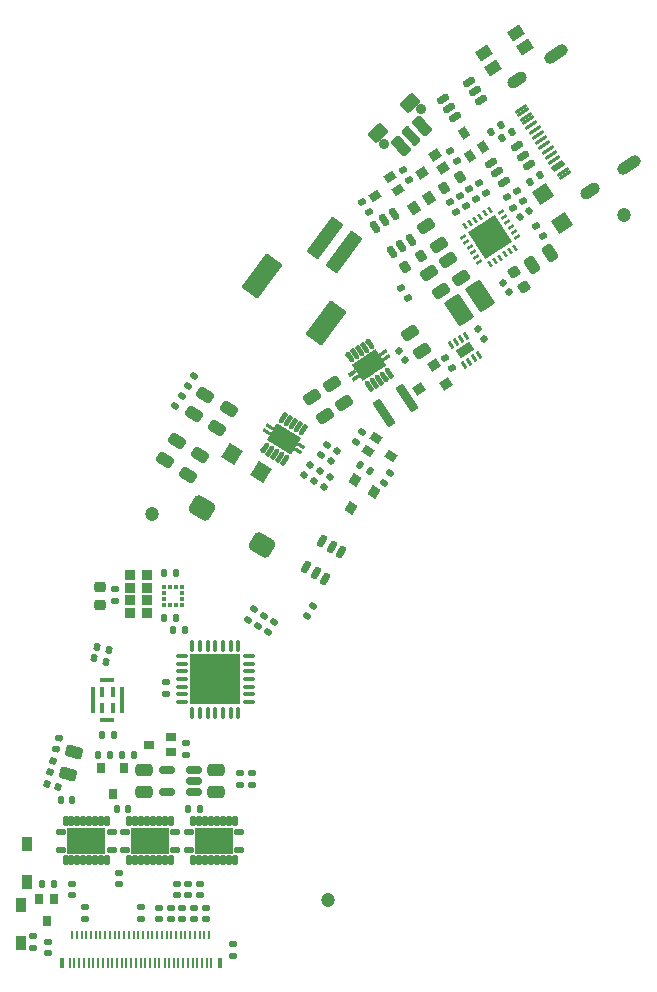
<source format=gbr>
%TF.GenerationSoftware,KiCad,Pcbnew,7.0.8*%
%TF.CreationDate,2024-01-10T09:50:14+01:00*%
%TF.ProjectId,Zoka-MainBoard,5a6f6b61-2d4d-4616-996e-426f6172642e,rev?*%
%TF.SameCoordinates,Original*%
%TF.FileFunction,Soldermask,Top*%
%TF.FilePolarity,Negative*%
%FSLAX46Y46*%
G04 Gerber Fmt 4.6, Leading zero omitted, Abs format (unit mm)*
G04 Created by KiCad (PCBNEW 7.0.8) date 2024-01-10 09:50:14*
%MOMM*%
%LPD*%
G01*
G04 APERTURE LIST*
G04 Aperture macros list*
%AMRoundRect*
0 Rectangle with rounded corners*
0 $1 Rounding radius*
0 $2 $3 $4 $5 $6 $7 $8 $9 X,Y pos of 4 corners*
0 Add a 4 corners polygon primitive as box body*
4,1,4,$2,$3,$4,$5,$6,$7,$8,$9,$2,$3,0*
0 Add four circle primitives for the rounded corners*
1,1,$1+$1,$2,$3*
1,1,$1+$1,$4,$5*
1,1,$1+$1,$6,$7*
1,1,$1+$1,$8,$9*
0 Add four rect primitives between the rounded corners*
20,1,$1+$1,$2,$3,$4,$5,0*
20,1,$1+$1,$4,$5,$6,$7,0*
20,1,$1+$1,$6,$7,$8,$9,0*
20,1,$1+$1,$8,$9,$2,$3,0*%
%AMHorizOval*
0 Thick line with rounded ends*
0 $1 width*
0 $2 $3 position (X,Y) of the first rounded end (center of the circle)*
0 $4 $5 position (X,Y) of the second rounded end (center of the circle)*
0 Add line between two ends*
20,1,$1,$2,$3,$4,$5,0*
0 Add two circle primitives to create the rounded ends*
1,1,$1,$2,$3*
1,1,$1,$4,$5*%
%AMRotRect*
0 Rectangle, with rotation*
0 The origin of the aperture is its center*
0 $1 length*
0 $2 width*
0 $3 Rotation angle, in degrees counterclockwise*
0 Add horizontal line*
21,1,$1,$2,0,0,$3*%
G04 Aperture macros list end*
%ADD10RoundRect,0.200000X-0.015587X-0.339679X0.318352X-0.119487X0.015587X0.339679X-0.318352X0.119487X0*%
%ADD11RoundRect,0.135000X-0.135000X-0.185000X0.135000X-0.185000X0.135000X0.185000X-0.135000X0.185000X0*%
%ADD12RoundRect,0.102000X-0.068383X1.284494X-1.153685X0.568869X0.068383X-1.284494X1.153685X-0.568869X0*%
%ADD13RoundRect,0.250000X-0.273574X0.461825X-0.535567X0.035962X0.273574X-0.461825X0.535567X-0.035962X0*%
%ADD14RoundRect,0.135000X-0.228762X0.010866X-0.080132X-0.214543X0.228762X-0.010866X0.080132X0.214543X0*%
%ADD15RoundRect,0.102000X-0.350000X-0.362500X0.350000X-0.362500X0.350000X0.362500X-0.350000X0.362500X0*%
%ADD16RoundRect,0.150000X-0.345419X0.251367X0.094965X-0.416511X0.345419X-0.251367X-0.094965X0.416511X0*%
%ADD17RotRect,0.700000X0.900000X33.400000*%
%ADD18RoundRect,0.135000X0.135000X0.185000X-0.135000X0.185000X-0.135000X-0.185000X0.135000X-0.185000X0*%
%ADD19RoundRect,0.102000X0.350009X-0.499994X0.349991X0.500006X-0.350009X0.499994X-0.349991X-0.500006X0*%
%ADD20RoundRect,0.250000X0.475000X-0.250000X0.475000X0.250000X-0.475000X0.250000X-0.475000X-0.250000X0*%
%ADD21RoundRect,0.250000X0.273574X-0.461825X0.535567X-0.035962X-0.273574X0.461825X-0.535567X0.035962X0*%
%ADD22RoundRect,0.150000X0.251367X0.345419X-0.416511X-0.094965X-0.251367X-0.345419X0.416511X0.094965X0*%
%ADD23RoundRect,0.140000X0.140000X0.170000X-0.140000X0.170000X-0.140000X-0.170000X0.140000X-0.170000X0*%
%ADD24RoundRect,0.250000X0.534173X0.052766X0.258933X0.470190X-0.534173X-0.052766X-0.258933X-0.470190X0*%
%ADD25RoundRect,0.140000X0.170000X-0.140000X0.170000X0.140000X-0.170000X0.140000X-0.170000X-0.140000X0*%
%ADD26RoundRect,0.135000X0.010866X0.228762X-0.214543X0.080132X-0.010866X-0.228762X0.214543X-0.080132X0*%
%ADD27RoundRect,0.135000X0.178282X0.143756X-0.082518X0.213637X-0.178282X-0.143756X0.082518X-0.213637X0*%
%ADD28RoundRect,0.135000X0.185000X-0.135000X0.185000X0.135000X-0.185000X0.135000X-0.185000X-0.135000X0*%
%ADD29RoundRect,0.050000X-0.050000X-0.385000X0.050000X-0.385000X0.050000X0.385000X-0.050000X0.385000X0*%
%ADD30RoundRect,0.050000X-0.050000X-0.275000X0.050000X-0.275000X0.050000X0.275000X-0.050000X0.275000X0*%
%ADD31RoundRect,0.100000X-0.100000X-0.350000X0.100000X-0.350000X0.100000X0.350000X-0.100000X0.350000X0*%
%ADD32RoundRect,0.135000X0.086831X-0.211921X0.228308X0.018046X-0.086831X0.211921X-0.228308X-0.018046X0*%
%ADD33RoundRect,0.075000X-0.075000X0.437500X-0.075000X-0.437500X0.075000X-0.437500X0.075000X0.437500X0*%
%ADD34RoundRect,0.075000X-0.437500X0.075000X-0.437500X-0.075000X0.437500X-0.075000X0.437500X0.075000X0*%
%ADD35R,4.250000X4.250000*%
%ADD36RoundRect,0.140000X-0.170000X0.140000X-0.170000X-0.140000X0.170000X-0.140000X0.170000X0.140000X0*%
%ADD37RoundRect,0.140000X0.218991X-0.023297X0.064857X0.210460X-0.218991X0.023297X-0.064857X-0.210460X0*%
%ADD38RoundRect,0.135000X0.228762X-0.010866X0.080132X0.214543X-0.228762X0.010866X-0.080132X-0.214543X0*%
%ADD39RoundRect,0.060000X0.158986X0.176701X-0.225044X-0.076520X-0.158986X-0.176701X0.225044X0.076520X0*%
%ADD40RoundRect,0.060000X-0.076520X0.225044X-0.176701X0.158986X0.076520X-0.225044X0.176701X-0.158986X0*%
%ADD41RotRect,2.700000X2.700000X213.400000*%
%ADD42RoundRect,0.135000X-0.086831X0.211921X-0.228308X-0.018046X0.086831X-0.211921X0.228308X0.018046X0*%
%ADD43RoundRect,0.102000X0.350000X-0.500000X0.350000X0.500000X-0.350000X0.500000X-0.350000X-0.500000X0*%
%ADD44R,0.700000X0.900000*%
%ADD45RoundRect,0.102000X1.444802X1.106818X0.641985X1.703043X-1.444802X-1.106818X-0.641985X-1.703043X0*%
%ADD46RoundRect,0.102000X1.615695X0.917621X0.411469X1.811958X-1.615695X-0.917621X-0.411469X-1.811958X0*%
%ADD47RotRect,0.850000X1.000000X213.400000*%
%ADD48RotRect,0.700000X0.900000X123.400000*%
%ADD49RoundRect,0.114000X0.288000X0.108000X-0.288000X0.108000X-0.288000X-0.108000X0.288000X-0.108000X0*%
%ADD50RoundRect,0.114000X0.108000X-0.288000X0.108000X0.288000X-0.108000X0.288000X-0.108000X-0.288000X0*%
%ADD51RoundRect,0.102000X1.525000X-1.025000X1.525000X1.025000X-1.525000X1.025000X-1.525000X-1.025000X0*%
%ADD52RoundRect,0.135000X0.143756X-0.178282X0.213637X0.082518X-0.143756X0.178282X-0.213637X-0.082518X0*%
%ADD53C,1.200000*%
%ADD54RoundRect,0.225000X-0.332570X0.050221X-0.084854X-0.325461X0.332570X-0.050221X0.084854X0.325461X0*%
%ADD55RoundRect,0.140000X-0.218991X0.023297X-0.064857X-0.210460X0.218991X-0.023297X0.064857X0.210460X0*%
%ADD56RotRect,0.900000X0.800000X213.400000*%
%ADD57RoundRect,0.250000X-0.394110X0.364421X-0.523520X-0.118542X0.394110X-0.364421X0.523520X0.118542X0*%
%ADD58R,0.350000X0.375000*%
%ADD59R,0.375000X0.350000*%
%ADD60R,0.900000X0.700000*%
%ADD61RoundRect,0.140000X0.071436X-0.208319X0.218152X0.030164X-0.071436X0.208319X-0.218152X-0.030164X0*%
%ADD62RoundRect,0.250000X-0.534173X-0.052766X-0.258933X-0.470190X0.534173X0.052766X0.258933X0.470190X0*%
%ADD63RoundRect,0.075000X-0.213996X0.188297X0.088769X-0.270869X0.213996X-0.188297X-0.088769X0.270869X0*%
%ADD64RotRect,0.800000X1.380000X303.400000*%
%ADD65RoundRect,0.140000X-0.023297X-0.218991X0.210460X-0.064857X0.023297X0.218991X-0.210460X0.064857X0*%
%ADD66RoundRect,0.225000X0.250000X-0.225000X0.250000X0.225000X-0.250000X0.225000X-0.250000X-0.225000X0*%
%ADD67RoundRect,0.250000X0.052766X-0.534173X0.470190X-0.258933X-0.052766X0.534173X-0.470190X0.258933X0*%
%ADD68RoundRect,0.150000X-0.081835X-0.419289X0.337353X0.262093X0.081835X0.419289X-0.337353X-0.262093X0*%
%ADD69RoundRect,0.200000X0.015587X0.339679X-0.318352X0.119487X-0.015587X-0.339679X0.318352X-0.119487X0*%
%ADD70RoundRect,0.140000X-0.127973X0.179229X-0.200442X-0.091230X0.127973X-0.179229X0.200442X0.091230X0*%
%ADD71RoundRect,0.070000X-0.045884X0.192600X-0.192600X-0.045884X0.045884X-0.192600X0.192600X0.045884X0*%
%ADD72HorizOval,0.420000X-0.149336X-0.242742X0.149336X0.242742X0*%
%ADD73C,0.600000*%
%ADD74RotRect,0.680000X1.050000X238.400000*%
%ADD75RotRect,0.260000X0.500000X238.400000*%
%ADD76RotRect,0.280000X0.700000X238.400000*%
%ADD77RotRect,1.650000X2.400000X238.400000*%
%ADD78RoundRect,0.140000X-0.071436X0.208319X-0.218152X-0.030164X0.071436X-0.208319X0.218152X0.030164X0*%
%ADD79RotRect,0.900000X0.800000X238.400000*%
%ADD80RoundRect,0.150000X0.512500X0.150000X-0.512500X0.150000X-0.512500X-0.150000X0.512500X-0.150000X0*%
%ADD81RoundRect,0.140000X-0.140000X-0.170000X0.140000X-0.170000X0.140000X0.170000X-0.140000X0.170000X0*%
%ADD82RotRect,1.200000X0.950000X33.400000*%
%ADD83RotRect,1.300000X1.400000X328.400000*%
%ADD84RoundRect,0.070000X0.193946X-0.039811X0.039811X0.193946X-0.193946X0.039811X-0.039811X-0.193946X0*%
%ADD85HorizOval,0.420000X-0.156887X0.237932X0.156887X-0.237932X0*%
%ADD86RotRect,0.680000X1.050000X123.400000*%
%ADD87RotRect,0.260000X0.500000X123.400000*%
%ADD88RotRect,0.280000X0.700000X123.400000*%
%ADD89RotRect,1.650000X2.400000X123.400000*%
%ADD90RotRect,0.300000X1.150000X123.400000*%
%ADD91HorizOval,1.000000X0.333939X0.220192X-0.333939X-0.220192X0*%
%ADD92HorizOval,1.000000X0.500909X0.330288X-0.500909X-0.330288X0*%
%ADD93RoundRect,0.135000X-0.211921X-0.086831X0.018046X-0.228308X0.211921X0.086831X-0.018046X0.228308X0*%
%ADD94RoundRect,0.100000X-0.862636X0.808693X0.403470X-1.111457X0.862636X-0.808693X-0.403470X1.111457X0*%
%ADD95RoundRect,0.425000X-0.267049X0.663276X-0.712437X-0.060692X0.267049X-0.663276X0.712437X0.060692X0*%
%ADD96R,0.400000X0.950000*%
%ADD97R,0.350000X2.300000*%
%ADD98R,1.300000X0.350000*%
%ADD99RoundRect,0.140000X-0.179229X-0.127973X0.091230X-0.200442X0.179229X0.127973X-0.091230X0.200442X0*%
%ADD100R,0.800000X0.900000*%
%ADD101C,0.900000*%
%ADD102RoundRect,0.102000X-0.242850X0.802589X-0.787781X0.287273X0.242850X-0.802589X0.787781X-0.287273X0*%
%ADD103RoundRect,0.102000X-0.297343X0.751057X-0.733288X0.338805X0.297343X-0.751057X0.733288X-0.338805X0*%
%ADD104RoundRect,0.102000X0.163084X0.773565X-0.781463X-0.119648X-0.163084X-0.773565X0.781463X0.119648X0*%
%ADD105RotRect,0.700000X0.900000X238.400000*%
%ADD106RotRect,1.300000X1.400000X123.400000*%
G04 APERTURE END LIST*
D10*
%TO.C,R309*%
X182576670Y-47419278D03*
X183954168Y-46510984D03*
%TD*%
D11*
%TO.C,R307*%
X155302992Y-95443456D03*
X156322992Y-95443456D03*
%TD*%
D12*
%TO.C,L302*%
X185624344Y-56605765D03*
X183854466Y-57772785D03*
%TD*%
D13*
%TO.C,C320*%
X159970496Y-68868126D03*
X158974922Y-70486408D03*
%TD*%
D14*
%TO.C,R315*%
X178948600Y-55925986D03*
X179510090Y-56777530D03*
%TD*%
D15*
%TO.C,U501*%
X156026136Y-80181627D03*
X156026136Y-81256627D03*
X156026136Y-82331627D03*
X156026136Y-83406627D03*
X157426136Y-83406627D03*
X157426136Y-82331627D03*
X157426136Y-81256627D03*
X157426136Y-80181627D03*
%TD*%
D16*
%TO.C,D301*%
X178328799Y-49651266D03*
X177535693Y-50174223D03*
X176742588Y-50697179D03*
X178173837Y-52867784D03*
X178966943Y-52344827D03*
X179760048Y-51821871D03*
%TD*%
D17*
%TO.C,Q305*%
X184816285Y-44684815D03*
X185901587Y-43969190D03*
X184313022Y-42740792D03*
%TD*%
D18*
%TO.C,R506*%
X149522984Y-106368457D03*
X148502984Y-106368457D03*
%TD*%
%TO.C,R206*%
X159888530Y-83803822D03*
X158868530Y-83803822D03*
%TD*%
D11*
%TO.C,R205*%
X159668530Y-84861956D03*
X160688530Y-84861956D03*
%TD*%
D19*
%TO.C,LED502*%
X147288015Y-106168458D03*
X147287959Y-102968458D03*
%TD*%
D20*
%TO.C,C301*%
X163300490Y-98593455D03*
X163300490Y-96693455D03*
%TD*%
D21*
%TO.C,C321*%
X161385255Y-66568470D03*
X162380829Y-64950188D03*
%TD*%
D22*
%TO.C,D501*%
X185709400Y-40004109D03*
X185186443Y-39211003D03*
X184663487Y-38417898D03*
X182492882Y-39849147D03*
X183015839Y-40642253D03*
X183538795Y-41435358D03*
%TD*%
D23*
%TO.C,C402*%
X151106143Y-99251631D03*
X150146143Y-99251631D03*
%TD*%
D20*
%TO.C,C304*%
X157209634Y-98593455D03*
X157209634Y-96693455D03*
%TD*%
D24*
%TO.C,C306*%
X180731982Y-61246748D03*
X179686068Y-59660538D03*
%TD*%
D25*
%TO.C,C407*%
X159437986Y-109303455D03*
X159437986Y-108343455D03*
%TD*%
D26*
%TO.C,R314*%
X187388006Y-42090704D03*
X186536462Y-42652194D03*
%TD*%
D23*
%TO.C,C401*%
X161892985Y-99993457D03*
X160932985Y-99993457D03*
%TD*%
D27*
%TO.C,R503*%
X154193761Y-86558627D03*
X153208517Y-86294631D03*
%TD*%
D28*
%TO.C,R507*%
X147787989Y-111803458D03*
X147787989Y-110783458D03*
%TD*%
D25*
%TO.C,C412*%
X161437985Y-109303455D03*
X161437985Y-108343455D03*
%TD*%
D29*
%TO.C,J401*%
X150890580Y-113046793D03*
D30*
X151090580Y-110636793D03*
D29*
X151290580Y-113046793D03*
D30*
X151490580Y-110636793D03*
D29*
X151690580Y-113046793D03*
D30*
X151890580Y-110636793D03*
D29*
X152090580Y-113046793D03*
D30*
X152290580Y-110636793D03*
D29*
X152490580Y-113046793D03*
D30*
X152690580Y-110636793D03*
D29*
X152890580Y-113046793D03*
D30*
X153090580Y-110636793D03*
D29*
X153290580Y-113046793D03*
D30*
X153490580Y-110636793D03*
D29*
X153690580Y-113046793D03*
D30*
X153890580Y-110636793D03*
D29*
X154090580Y-113046793D03*
D30*
X154290580Y-110636793D03*
D29*
X154490580Y-113046793D03*
D30*
X154690580Y-110636793D03*
D29*
X154890580Y-113046793D03*
D30*
X155090580Y-110636793D03*
D29*
X155290580Y-113046793D03*
D30*
X155490580Y-110636793D03*
D29*
X155690580Y-113046793D03*
D30*
X155890580Y-110636793D03*
D29*
X156090580Y-113046793D03*
D30*
X156290580Y-110636793D03*
D29*
X156490580Y-113046793D03*
D30*
X156690580Y-110636793D03*
D29*
X156890580Y-113046793D03*
D30*
X157090580Y-110636793D03*
D29*
X157290580Y-113046793D03*
D30*
X157490580Y-110636793D03*
D29*
X157690580Y-113046793D03*
D30*
X157890580Y-110636793D03*
D29*
X158100192Y-113041104D03*
D30*
X158290580Y-110636793D03*
D29*
X158490022Y-113041104D03*
D30*
X158690580Y-110636793D03*
D29*
X158915699Y-113045585D03*
D30*
X159090580Y-110636793D03*
D29*
X159290580Y-113046793D03*
D30*
X159490580Y-110636793D03*
D29*
X159690878Y-113041104D03*
D30*
X159890580Y-110636793D03*
D29*
X160090580Y-113046793D03*
D30*
X160290580Y-110636793D03*
D29*
X160483534Y-113046793D03*
D30*
X160690580Y-110636793D03*
D29*
X160890580Y-113046793D03*
D30*
X161090580Y-110636793D03*
D29*
X161287297Y-113042093D03*
D30*
X161490580Y-110636793D03*
D29*
X161690580Y-113046793D03*
D30*
X161890580Y-110636793D03*
D29*
X162090580Y-113046793D03*
D30*
X162290580Y-110636793D03*
D29*
X162490580Y-113046793D03*
D30*
X162690580Y-110636793D03*
D29*
X162890580Y-113046793D03*
D31*
X150205580Y-113046793D03*
X163575580Y-113046793D03*
%TD*%
D32*
%TO.C,R321*%
X160886197Y-64220945D03*
X161420663Y-63352183D03*
%TD*%
D33*
%TO.C,U202*%
X165176144Y-86164129D03*
X164526144Y-86164129D03*
X163876144Y-86164129D03*
X163226144Y-86164129D03*
X162576144Y-86164129D03*
X161926144Y-86164129D03*
X161276144Y-86164129D03*
D34*
X160388644Y-87051629D03*
X160388644Y-87701629D03*
X160388644Y-88351629D03*
X160388644Y-89001629D03*
X160388644Y-89651629D03*
X160388644Y-90301629D03*
X160388644Y-90951629D03*
D33*
X161276144Y-91839129D03*
X161926144Y-91839129D03*
X162576144Y-91839129D03*
X163226144Y-91839129D03*
X163876144Y-91839129D03*
X164526144Y-91839129D03*
X165176144Y-91839129D03*
D34*
X166063644Y-90951629D03*
X166063644Y-90301629D03*
X166063644Y-89651629D03*
X166063644Y-89001629D03*
X166063644Y-88351629D03*
X166063644Y-87701629D03*
X166063644Y-87051629D03*
D35*
X163226144Y-89001629D03*
%TD*%
D11*
%TO.C,R306*%
X153302989Y-95443462D03*
X154322989Y-95443462D03*
%TD*%
D36*
%TO.C,C414*%
X164737989Y-111468455D03*
X164737989Y-112428455D03*
%TD*%
D32*
%TO.C,R319*%
X172128517Y-70021886D03*
X172662983Y-69153124D03*
%TD*%
%TO.C,R202*%
X167676428Y-85016776D03*
X168210894Y-84148014D03*
%TD*%
D37*
%TO.C,C307*%
X179294187Y-62007539D03*
X178765725Y-61206085D03*
%TD*%
D25*
%TO.C,C204*%
X159076134Y-90231628D03*
X159076134Y-89271628D03*
%TD*%
D14*
%TO.C,R304*%
X187871420Y-48228217D03*
X188432910Y-49079761D03*
%TD*%
D38*
%TO.C,R301*%
X184457722Y-48945917D03*
X183896232Y-48094373D03*
%TD*%
D14*
%TO.C,R313*%
X183079110Y-44321012D03*
X183640600Y-45172556D03*
%TD*%
D39*
%TO.C,U303*%
X188771849Y-51569340D03*
X188496609Y-51151916D03*
X188221369Y-50734493D03*
X187946128Y-50317069D03*
X187670888Y-49899645D03*
X187395648Y-49482221D03*
D40*
X186477867Y-49293828D03*
X186060443Y-49569068D03*
X185643020Y-49844308D03*
X185225596Y-50119549D03*
X184808172Y-50394789D03*
X184390748Y-50670029D03*
D39*
X184202355Y-51587810D03*
X184477595Y-52005234D03*
X184752835Y-52422657D03*
X185028076Y-52840081D03*
X185303316Y-53257505D03*
X185578556Y-53674929D03*
D40*
X186496337Y-53863322D03*
X186913761Y-53588082D03*
X187331184Y-53312842D03*
X187748608Y-53037601D03*
X188166032Y-52762361D03*
X188583456Y-52487121D03*
D41*
X186487102Y-51578575D03*
%TD*%
D42*
%TO.C,R203*%
X167359169Y-83624024D03*
X166824703Y-84492786D03*
%TD*%
D14*
%TO.C,R317*%
X182664668Y-61812991D03*
X183226158Y-62664535D03*
%TD*%
%TO.C,R324*%
X190388363Y-50658716D03*
X190949853Y-51510260D03*
%TD*%
D43*
%TO.C,LED503*%
X146762983Y-111343458D03*
X146762983Y-108143458D03*
%TD*%
D44*
%TO.C,Q501*%
X149587989Y-107618459D03*
X148287989Y-107618459D03*
X148937989Y-109518459D03*
%TD*%
D32*
%TO.C,R501*%
X170958911Y-83661008D03*
X171493377Y-82792246D03*
%TD*%
D36*
%TO.C,C404*%
X161894909Y-106329399D03*
X161894909Y-107289399D03*
%TD*%
D45*
%TO.C,J301*%
X172504912Y-51634839D03*
X174110547Y-52827289D03*
D46*
X167189998Y-54849911D03*
X172568875Y-58844618D03*
%TD*%
D47*
%TO.C,RT301*%
X181309032Y-48267106D03*
X180015018Y-49120352D03*
%TD*%
D48*
%TO.C,Q306*%
X178686083Y-47559056D03*
X177970458Y-46473754D03*
X176742060Y-48062319D03*
%TD*%
D42*
%TO.C,R204*%
X166507439Y-83100041D03*
X165972973Y-83968803D03*
%TD*%
D49*
%TO.C,U402*%
X155537987Y-103443462D03*
D50*
X155937987Y-104343462D03*
X156437987Y-104343462D03*
X156937987Y-104343462D03*
X157437987Y-104343462D03*
X157937987Y-104343462D03*
X158437987Y-104343462D03*
X158937987Y-104343462D03*
X159437987Y-104343462D03*
D49*
X159837987Y-103443462D03*
D51*
X157687987Y-102693462D03*
D49*
X159837987Y-101943462D03*
D50*
X159437987Y-101043462D03*
X158937987Y-101043462D03*
X158437987Y-101043462D03*
X157937987Y-101043462D03*
X157437987Y-101043462D03*
X156937987Y-101043462D03*
X156437987Y-101043462D03*
X155937987Y-101043462D03*
D49*
X155537987Y-101943462D03*
%TD*%
D14*
%TO.C,R303*%
X188717040Y-47663974D03*
X189278530Y-48515518D03*
%TD*%
D52*
%TO.C,R201*%
X149757773Y-94938259D03*
X150021769Y-93953015D03*
%TD*%
D25*
%TO.C,C409*%
X156962987Y-109298457D03*
X156962987Y-108338457D03*
%TD*%
D21*
%TO.C,C322*%
X163344223Y-67773635D03*
X164339797Y-66155353D03*
%TD*%
D22*
%TO.C,D201*%
X189797724Y-45472749D03*
X189274767Y-44679643D03*
X188751811Y-43886538D03*
X186581206Y-45317787D03*
X187104163Y-46110893D03*
X187627119Y-46903998D03*
%TD*%
D53*
%TO.C,H101*%
X157833956Y-75041091D03*
%TD*%
D54*
%TO.C,C310*%
X188509431Y-54509349D03*
X189362677Y-55803363D03*
%TD*%
D55*
%TO.C,C308*%
X187558992Y-55429514D03*
X188087454Y-56230968D03*
%TD*%
D56*
%TO.C,Q307*%
X182783990Y-63992209D03*
X181738077Y-62405998D03*
X180424368Y-64410161D03*
%TD*%
D57*
%TO.C,C202*%
X151240838Y-95204069D03*
X150749082Y-97039329D03*
%TD*%
D53*
%TO.C,H104*%
X172776140Y-107701628D03*
%TD*%
D58*
%TO.C,U503*%
X158901139Y-82719130D03*
X159401139Y-82719130D03*
X159901139Y-82719130D03*
X160401139Y-82719130D03*
D59*
X160413639Y-82206630D03*
X160413639Y-81706630D03*
D58*
X160401139Y-81194130D03*
X159901139Y-81194130D03*
X159401139Y-81194130D03*
X158901139Y-81194130D03*
D59*
X158888639Y-81706630D03*
X158888639Y-82206630D03*
%TD*%
D25*
%TO.C,C408*%
X152162985Y-109298455D03*
X152162985Y-108338455D03*
%TD*%
D60*
%TO.C,Q301*%
X159462986Y-95193462D03*
X159462986Y-93893462D03*
X157562986Y-94543462D03*
%TD*%
D61*
%TO.C,C317*%
X170701884Y-71691978D03*
X171204910Y-70874320D03*
%TD*%
D62*
%TO.C,C312*%
X182955052Y-53488303D03*
X184000966Y-55074513D03*
%TD*%
D36*
%TO.C,C413*%
X149037989Y-111263465D03*
X149037989Y-112223465D03*
%TD*%
D63*
%TO.C,U302*%
X184441315Y-59916230D03*
X184023891Y-60191471D03*
X183606467Y-60466711D03*
X183189043Y-60741951D03*
X184276243Y-62390776D03*
X184693667Y-62115535D03*
X185111091Y-61840295D03*
X185528515Y-61565055D03*
D64*
X184358779Y-61153503D03*
%TD*%
D65*
%TO.C,C302*%
X188994584Y-49895255D03*
X189796038Y-49366793D03*
%TD*%
D66*
%TO.C,C501*%
X153426134Y-82726628D03*
X153426134Y-81176628D03*
%TD*%
D67*
%TO.C,C303*%
X189990606Y-53939956D03*
X191576816Y-52894042D03*
%TD*%
D27*
%TO.C,R502*%
X153934946Y-87524550D03*
X152949702Y-87260554D03*
%TD*%
D68*
%TO.C,D502*%
X170894320Y-79499900D03*
X171703460Y-79997687D03*
X172512601Y-80495474D03*
X173874964Y-78280984D03*
X173065824Y-77783197D03*
X172256683Y-77285410D03*
%TD*%
D69*
%TO.C,F301*%
X180619940Y-53171392D03*
X179242442Y-54079686D03*
%TD*%
D24*
%TO.C,C311*%
X174144121Y-65630825D03*
X173098207Y-64044615D03*
%TD*%
D14*
%TO.C,R302*%
X185565929Y-46993416D03*
X186127419Y-47844960D03*
%TD*%
D26*
%TO.C,R208*%
X188326687Y-42669580D03*
X187475143Y-43231070D03*
%TD*%
D70*
%TO.C,C203*%
X149484033Y-95945346D03*
X149235567Y-96872634D03*
%TD*%
D38*
%TO.C,R316*%
X179652573Y-46754076D03*
X179091083Y-45902532D03*
%TD*%
%TO.C,R318*%
X176191177Y-49497614D03*
X175629687Y-48646070D03*
%TD*%
D32*
%TO.C,R312*%
X177484722Y-72381923D03*
X178019188Y-71513161D03*
%TD*%
D28*
%TO.C,R504*%
X165312985Y-97978455D03*
X165312985Y-96958455D03*
%TD*%
D71*
%TO.C,U305*%
X170814042Y-67692772D03*
D72*
X170664706Y-67935514D03*
D71*
X170388179Y-67430779D03*
D72*
X170238843Y-67673521D03*
D71*
X169962315Y-67168786D03*
D72*
X169812979Y-67411528D03*
D71*
X169536452Y-66906793D03*
D72*
X169387116Y-67149535D03*
D71*
X169110588Y-66644800D03*
D72*
X168961252Y-66887542D03*
X167415494Y-69400136D03*
D71*
X167266158Y-69642878D03*
D72*
X167841357Y-69662129D03*
D71*
X167692021Y-69904871D03*
D72*
X168267221Y-69924122D03*
D71*
X168117885Y-70166864D03*
D72*
X168693084Y-70186115D03*
D71*
X168543748Y-70428857D03*
D72*
X169118948Y-70448108D03*
D71*
X168969612Y-70690850D03*
D73*
X169940888Y-68634951D03*
X168663298Y-67848972D03*
D74*
X169816740Y-68617279D03*
X168735047Y-67951817D03*
D75*
X170559411Y-69308990D03*
D76*
X170491273Y-69267071D03*
X167850920Y-67642715D03*
D75*
X167782782Y-67600796D03*
D73*
X169040100Y-68667825D03*
D77*
X169040100Y-68667825D03*
D75*
X170297418Y-69734854D03*
D76*
X170229280Y-69692935D03*
X167588927Y-68068579D03*
D75*
X167520789Y-68026660D03*
D74*
X169345153Y-69383833D03*
X168263460Y-68718371D03*
D73*
X169416902Y-69486678D03*
X168139312Y-68700699D03*
%TD*%
D78*
%TO.C,C318*%
X173498990Y-69702663D03*
X172995964Y-70520321D03*
%TD*%
D79*
%TO.C,Q304*%
X176667573Y-73166979D03*
X175049292Y-72171406D03*
X174705664Y-74542992D03*
%TD*%
D80*
%TO.C,U301*%
X161400489Y-98593456D03*
X161400489Y-97643456D03*
X161400489Y-96693456D03*
X159125489Y-96693456D03*
X159125489Y-98593456D03*
%TD*%
D23*
%TO.C,C403*%
X155858530Y-99993457D03*
X154898530Y-99993457D03*
%TD*%
D49*
%TO.C,U401*%
X160962989Y-103444321D03*
D50*
X161362989Y-104344321D03*
X161862989Y-104344321D03*
X162362989Y-104344321D03*
X162862989Y-104344321D03*
X163362989Y-104344321D03*
X163862989Y-104344321D03*
X164362989Y-104344321D03*
X164862989Y-104344321D03*
D49*
X165262989Y-103444321D03*
D51*
X163112989Y-102694321D03*
D49*
X165262989Y-101944321D03*
D50*
X164862989Y-101044321D03*
X164362989Y-101044321D03*
X163862989Y-101044321D03*
X163362989Y-101044321D03*
X162862989Y-101044321D03*
X162362989Y-101044321D03*
X161862989Y-101044321D03*
X161362989Y-101044321D03*
D49*
X160962989Y-101944321D03*
%TD*%
%TO.C,U403*%
X150137986Y-103443457D03*
D50*
X150537986Y-104343457D03*
X151037986Y-104343457D03*
X151537986Y-104343457D03*
X152037986Y-104343457D03*
X152537986Y-104343457D03*
X153037986Y-104343457D03*
X153537986Y-104343457D03*
X154037986Y-104343457D03*
D49*
X154437986Y-103443457D03*
D51*
X152287986Y-102693457D03*
D49*
X154437986Y-101943457D03*
D50*
X154037986Y-101043457D03*
X153537986Y-101043457D03*
X153037986Y-101043457D03*
X152537986Y-101043457D03*
X152037986Y-101043457D03*
X151537986Y-101043457D03*
X151037986Y-101043457D03*
X150537986Y-101043457D03*
D49*
X150137986Y-101943457D03*
%TD*%
D25*
%TO.C,C415*%
X160937982Y-107303460D03*
X160937982Y-106343460D03*
%TD*%
D38*
%TO.C,R308*%
X183622881Y-49496401D03*
X183061391Y-48644857D03*
%TD*%
D24*
%TO.C,C313*%
X172474424Y-66731783D03*
X171428510Y-65145573D03*
%TD*%
D26*
%TO.C,R207*%
X190725371Y-46363786D03*
X189873827Y-46925276D03*
%TD*%
D81*
%TO.C,C503*%
X158908457Y-80025623D03*
X159868457Y-80025623D03*
%TD*%
D82*
%TO.C,LED201*%
X186760806Y-37233844D03*
X185962609Y-36023314D03*
X188634122Y-34261776D03*
X189432319Y-35472306D03*
%TD*%
D83*
%TO.C,D303*%
X164599790Y-69930271D03*
X167069798Y-71449831D03*
%TD*%
D36*
%TO.C,C406*%
X151062985Y-106363456D03*
X151062985Y-107323456D03*
%TD*%
D28*
%TO.C,R505*%
X166312987Y-97976694D03*
X166312987Y-96956694D03*
%TD*%
D61*
%TO.C,C316*%
X172405337Y-72739948D03*
X172908363Y-71922290D03*
%TD*%
D84*
%TO.C,U304*%
X176386890Y-64463422D03*
D85*
X176230003Y-64225490D03*
D84*
X176804314Y-64188182D03*
D85*
X176647427Y-63950250D03*
D84*
X177221738Y-63912941D03*
D85*
X177064851Y-63675010D03*
D84*
X177639162Y-63637701D03*
D85*
X177482275Y-63399769D03*
D84*
X178056586Y-63362460D03*
D85*
X177899699Y-63124529D03*
X176275781Y-60661728D03*
D84*
X176118894Y-60423796D03*
D85*
X175858357Y-60936968D03*
D84*
X175701470Y-60699036D03*
D85*
X175440933Y-61212208D03*
D84*
X175284046Y-60974277D03*
D85*
X175023509Y-61487449D03*
D84*
X174866622Y-61249517D03*
D85*
X174606085Y-61762689D03*
D84*
X174449198Y-61524758D03*
D73*
X175901996Y-63273893D03*
X177154268Y-62448172D03*
D86*
X175970480Y-63168846D03*
X177030737Y-62469735D03*
D87*
X175029710Y-63549605D03*
D88*
X175096498Y-63505566D03*
X177684526Y-61799076D03*
D87*
X177751314Y-61755037D03*
D73*
X176252892Y-62443609D03*
D89*
X176252892Y-62443609D03*
D87*
X174754470Y-63132181D03*
D88*
X174821258Y-63088142D03*
X177409286Y-61381652D03*
D87*
X177476074Y-61337613D03*
D86*
X175475047Y-62417483D03*
X176535304Y-61718372D03*
D73*
X175351516Y-62439046D03*
X176603788Y-61613325D03*
%TD*%
D55*
%TO.C,C305*%
X185441897Y-59385232D03*
X185970359Y-60186686D03*
%TD*%
D23*
%TO.C,C502*%
X154606142Y-93701628D03*
X153646142Y-93701628D03*
%TD*%
D90*
%TO.C,J201*%
X192787839Y-46356146D03*
X192347455Y-45688268D03*
X191631830Y-44602966D03*
X191081349Y-43768118D03*
X190806109Y-43350694D03*
X190255628Y-42515846D03*
X189540003Y-41430544D03*
X189099618Y-40762666D03*
X189264763Y-41013120D03*
X189705147Y-41680998D03*
X189980388Y-42098422D03*
X190530868Y-42933270D03*
X191356589Y-44185542D03*
X191907070Y-45020390D03*
X192182310Y-45437814D03*
X192622695Y-46105692D03*
D91*
X194930718Y-47662237D03*
D92*
X198270109Y-45460314D03*
D91*
X188743314Y-38278547D03*
D92*
X192082706Y-36076624D03*
%TD*%
D25*
%TO.C,C416*%
X160437978Y-109303460D03*
X160437978Y-108343460D03*
%TD*%
%TO.C,C410*%
X158437990Y-109303453D03*
X158437990Y-108343453D03*
%TD*%
%TO.C,C411*%
X162437984Y-109303462D03*
X162437984Y-108343462D03*
%TD*%
D53*
%TO.C,H103*%
X197826506Y-49701445D03*
%TD*%
D13*
%TO.C,C319*%
X161929468Y-70073296D03*
X160933894Y-71691578D03*
%TD*%
D24*
%TO.C,C309*%
X182129325Y-52236026D03*
X181083411Y-50649816D03*
%TD*%
D28*
%TO.C,R305*%
X160712986Y-95453456D03*
X160712986Y-94433456D03*
%TD*%
D32*
%TO.C,R320*%
X159838225Y-65924401D03*
X160372691Y-65055639D03*
%TD*%
D93*
%TO.C,R311*%
X175463432Y-70866590D03*
X176332194Y-71401056D03*
%TD*%
D25*
%TO.C,C504*%
X154726145Y-82356627D03*
X154726145Y-81396627D03*
%TD*%
D36*
%TO.C,C405*%
X155076139Y-105421633D03*
X155076139Y-106381633D03*
%TD*%
D94*
%TO.C,L301*%
X179413201Y-65210960D03*
X177534793Y-66449542D03*
%TD*%
D25*
%TO.C,C417*%
X159937985Y-107303454D03*
X159937985Y-106343454D03*
%TD*%
D61*
%TO.C,C315*%
X171553613Y-72215966D03*
X172056639Y-71398308D03*
%TD*%
D62*
%TO.C,C314*%
X181285346Y-54589266D03*
X182331260Y-56175476D03*
%TD*%
D95*
%TO.C,L303*%
X167193170Y-77640414D03*
X162082808Y-74496498D03*
%TD*%
D96*
%TO.C,U502*%
X154526141Y-91451629D03*
X154526141Y-90101629D03*
X153626141Y-90101629D03*
X153626141Y-91451629D03*
D97*
X155301141Y-90776629D03*
D98*
X154076141Y-92501629D03*
X154076141Y-89051629D03*
D97*
X152851141Y-90776629D03*
%TD*%
D56*
%TO.C,D302*%
X182498535Y-45733958D03*
X181782910Y-44648656D03*
X180742352Y-46113363D03*
%TD*%
D42*
%TO.C,R310*%
X175650085Y-68077961D03*
X175115619Y-68946723D03*
%TD*%
D99*
%TO.C,C201*%
X148987232Y-97870015D03*
X149914520Y-98118481D03*
%TD*%
D38*
%TO.C,R323*%
X185292568Y-48395444D03*
X184731078Y-47543900D03*
%TD*%
D100*
%TO.C,Q302*%
X155462984Y-96543460D03*
X153562984Y-96543460D03*
X154512984Y-98743460D03*
%TD*%
D101*
%TO.C,SW501*%
X180627296Y-40765425D03*
X177539354Y-43685547D03*
D102*
X180694821Y-42146707D03*
X178914713Y-43830072D03*
D103*
X179804767Y-42988389D03*
D104*
X179706046Y-40191471D03*
X177017720Y-42733694D03*
%TD*%
D105*
%TO.C,Q303*%
X176801195Y-68592401D03*
X176120014Y-69699646D03*
X178078886Y-70141597D03*
%TD*%
D106*
%TO.C,D202*%
X192564415Y-50386211D03*
X190968021Y-47965153D03*
%TD*%
M02*

</source>
